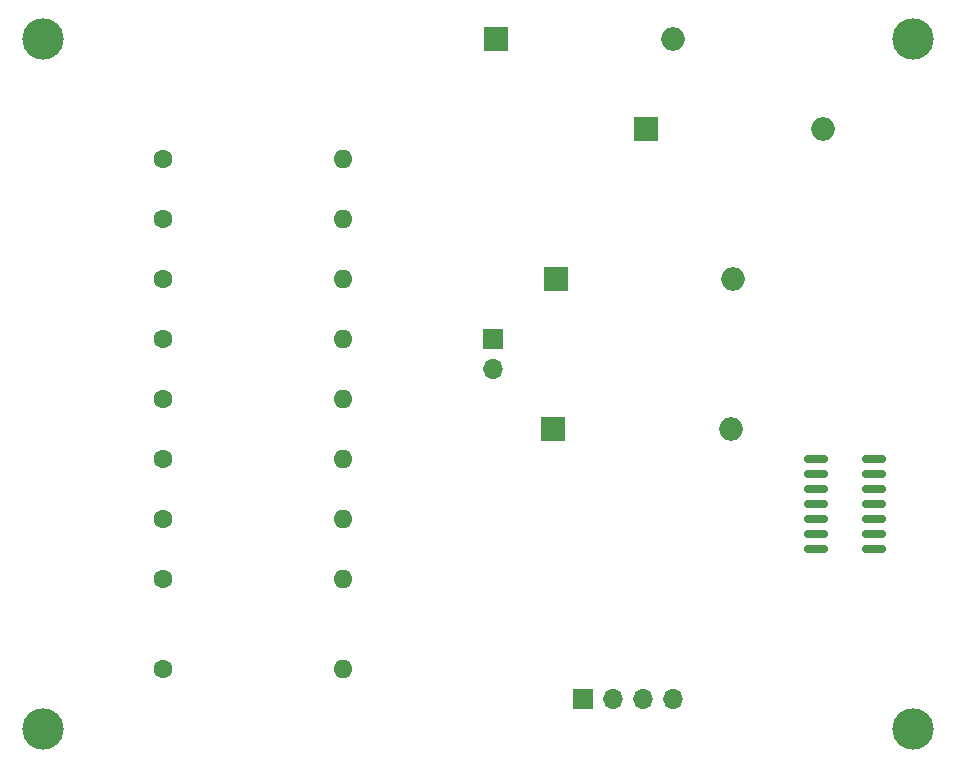
<source format=gbr>
%TF.GenerationSoftware,KiCad,Pcbnew,7.0.6*%
%TF.CreationDate,2023-07-25T19:52:03+05:30*%
%TF.ProjectId,class1_assignment,636c6173-7331-45f6-9173-7369676e6d65,rev?*%
%TF.SameCoordinates,Original*%
%TF.FileFunction,Soldermask,Top*%
%TF.FilePolarity,Negative*%
%FSLAX46Y46*%
G04 Gerber Fmt 4.6, Leading zero omitted, Abs format (unit mm)*
G04 Created by KiCad (PCBNEW 7.0.6) date 2023-07-25 19:52:03*
%MOMM*%
%LPD*%
G01*
G04 APERTURE LIST*
G04 Aperture macros list*
%AMRoundRect*
0 Rectangle with rounded corners*
0 $1 Rounding radius*
0 $2 $3 $4 $5 $6 $7 $8 $9 X,Y pos of 4 corners*
0 Add a 4 corners polygon primitive as box body*
4,1,4,$2,$3,$4,$5,$6,$7,$8,$9,$2,$3,0*
0 Add four circle primitives for the rounded corners*
1,1,$1+$1,$2,$3*
1,1,$1+$1,$4,$5*
1,1,$1+$1,$6,$7*
1,1,$1+$1,$8,$9*
0 Add four rect primitives between the rounded corners*
20,1,$1+$1,$2,$3,$4,$5,0*
20,1,$1+$1,$4,$5,$6,$7,0*
20,1,$1+$1,$6,$7,$8,$9,0*
20,1,$1+$1,$8,$9,$2,$3,0*%
G04 Aperture macros list end*
%ADD10RoundRect,0.150000X-0.825000X-0.150000X0.825000X-0.150000X0.825000X0.150000X-0.825000X0.150000X0*%
%ADD11R,1.700000X1.700000*%
%ADD12O,1.700000X1.700000*%
%ADD13C,1.600000*%
%ADD14O,1.600000X1.600000*%
%ADD15C,3.500000*%
%ADD16R,2.000000X2.000000*%
%ADD17O,2.000000X2.000000*%
G04 APERTURE END LIST*
D10*
%TO.C,U1*%
X174615000Y-109220000D03*
X174615000Y-110490000D03*
X174615000Y-111760000D03*
X174615000Y-113030000D03*
X174615000Y-114300000D03*
X174615000Y-115570000D03*
X174615000Y-116840000D03*
X179565000Y-116840000D03*
X179565000Y-115570000D03*
X179565000Y-114300000D03*
X179565000Y-113030000D03*
X179565000Y-111760000D03*
X179565000Y-110490000D03*
X179565000Y-109220000D03*
%TD*%
D11*
%TO.C,J2*%
X147320000Y-99060000D03*
D12*
X147320000Y-101600000D03*
%TD*%
D13*
%TO.C,R9*%
X119380000Y-127000000D03*
D14*
X134620000Y-127000000D03*
%TD*%
D13*
%TO.C,R8*%
X119380000Y-119380000D03*
D14*
X134620000Y-119380000D03*
%TD*%
D13*
%TO.C,R6*%
X119380000Y-109220000D03*
D14*
X134620000Y-109220000D03*
%TD*%
D13*
%TO.C,R4*%
X119380000Y-99060000D03*
D14*
X134620000Y-99060000D03*
%TD*%
D15*
%TO.C,H3*%
X109220000Y-132080000D03*
%TD*%
D13*
%TO.C,R3*%
X119380000Y-93980000D03*
D14*
X134620000Y-93980000D03*
%TD*%
D13*
%TO.C,R5*%
X119380000Y-104140000D03*
D14*
X134620000Y-104140000D03*
%TD*%
D13*
%TO.C,R7*%
X119380000Y-114300000D03*
D14*
X134620000Y-114300000D03*
%TD*%
D15*
%TO.C,H1*%
X109220000Y-73660000D03*
%TD*%
D13*
%TO.C,R2*%
X119380000Y-88900000D03*
D14*
X134620000Y-88900000D03*
%TD*%
D16*
%TO.C,C4*%
X152400000Y-106680000D03*
D17*
X167400000Y-106680000D03*
%TD*%
D16*
%TO.C,C1*%
X147560000Y-73660000D03*
D17*
X162560000Y-73660000D03*
%TD*%
D16*
%TO.C,C3*%
X152640000Y-93980000D03*
D17*
X167640000Y-93980000D03*
%TD*%
D16*
%TO.C,C2*%
X160260000Y-81280000D03*
D17*
X175260000Y-81280000D03*
%TD*%
D11*
%TO.C,J1*%
X154940000Y-129540000D03*
D12*
X157480000Y-129540000D03*
X160020000Y-129540000D03*
X162560000Y-129540000D03*
%TD*%
D13*
%TO.C,R1*%
X119380000Y-83820000D03*
D14*
X134620000Y-83820000D03*
%TD*%
D15*
%TO.C,H4*%
X182880000Y-132080000D03*
%TD*%
%TO.C,H2*%
X182880000Y-73660000D03*
%TD*%
M02*

</source>
